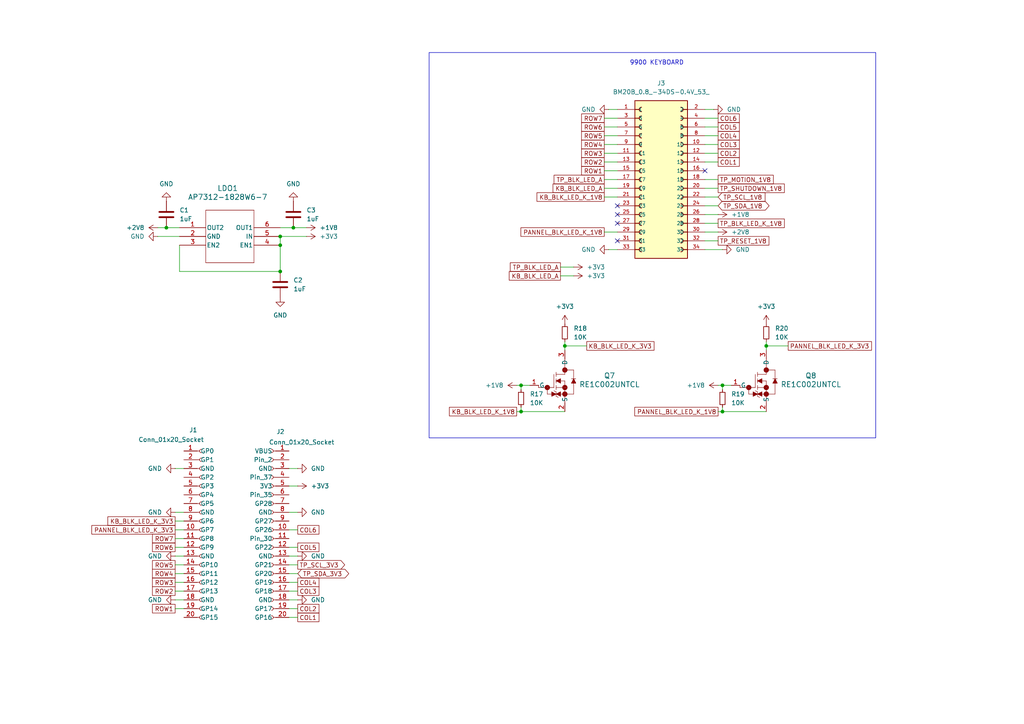
<source format=kicad_sch>
(kicad_sch (version 20250114) (generator "eeschema") (generator_version "9.0")
  (paper "A4")
  (lib_symbols
    (symbol "AP7312-1828W6-7:AP7312-1828W6-7" (pin_names (offset 0.254))
      (property "Reference" "LDO1" (at 30.48 10.16 0))
      (property "Value" "AP7312-1828W6-7" (at 30.48 7.62 0))
      (symbol "AP7312-1828W6-7_0_1"
        (polyline (pts (xy 24.13 3.81) (xy 24.13 -11.43)) (stroke (width 0.127)))
        (polyline (pts (xy 38.1 -11.43) (xy 38.1 3.81)) (stroke (width 0.127)))
        (pin output line (at 16.51 -1.27 0) (length 7.62) (name "OUT2") (number "1"))
        (pin power_in line (at 16.51 -3.81 0) (length 7.62) (name "GND") (number "2"))
        (pin input line (at 16.51 -6.35 0) (length 7.62) (name "EN2") (number "3"))
        (pin output line (at 45.72 -1.27 180) (length 7.62) (name "OUT1") (number "6"))
        (pin input line (at 45.72 -3.81 180) (length 7.62) (name "IN") (number "5"))
        (pin input line (at 45.72 -6.35 180) (length 7.62) (name "EN1") (number "4"))
      )
      (symbol "AP7312-1828W6-7_1_1"
        (polyline (pts (xy 24.13 3.81) (xy 38.1 3.81)))
        (polyline (pts (xy 38.1 -11.43) (xy 24.13 -11.43)))
      )
    )
    (symbol "BM20B_0.8_-34DS-0.4V_53_:BM20B_0.8_-34DS-0.4V_53_" (pin_names (offset 1.016))
      (property "Reference" "J" (at -7.62 23.622 0))
      (property "Value" "BM20B_0.8_-34DS-0.4V_53_" (at -7.62 -25.4 0))
      (symbol "BM20B_0.8_-34DS-0.4V_53__0_0"
        (polyline (pts (xy -7.62 20.32) (xy -6.35 20.32)) (stroke (width 0.254)))
        (polyline (pts (xy -7.62 17.78) (xy -6.35 17.78)) (stroke (width 0.254)))
        (polyline (pts (xy -7.62 15.24) (xy -6.35 15.24)) (stroke (width 0.254)))
        (polyline (pts (xy -7.62 12.7) (xy -6.35 12.7)) (stroke (width 0.254)))
        (polyline (pts (xy -7.62 10.16) (xy -6.35 10.16)) (stroke (width 0.254)))
        (polyline (pts (xy -7.62 7.62) (xy -6.35 7.62)) (stroke (width 0.254)))
        (polyline (pts (xy -7.62 5.08) (xy -6.35 5.08)) (stroke (width 0.254)))
        (polyline (pts (xy -7.62 2.54) (xy -6.35 2.54)) (stroke (width 0.254)))
        (polyline (pts (xy -7.62 0) (xy -6.35 0)) (stroke (width 0.254)))
        (polyline (pts (xy -7.62 -2.54) (xy -6.35 -2.54)) (stroke (width 0.254)))
        (polyline (pts (xy -7.62 -5.08) (xy -6.35 -5.08)) (stroke (width 0.254)))
        (polyline (pts (xy -7.62 -7.62) (xy -6.35 -7.62)) (stroke (width 0.254)))
        (polyline (pts (xy -7.62 -10.16) (xy -6.35 -10.16)) (stroke (width 0.254)))
        (polyline (pts (xy -7.62 -12.7) (xy -6.35 -12.7)) (stroke (width 0.254)))
        (polyline (pts (xy -7.62 -15.24) (xy -6.35 -15.24)) (stroke (width 0.254)))
        (polyline (pts (xy -7.62 -17.78) (xy -6.35 -17.78)) (stroke (width 0.254)))
        (polyline (pts (xy -7.62 -20.32) (xy -6.35 -20.32)) (stroke (width 0.254)))
        (rectangle (start -7.62 -22.86) (end 7.62 22.86) (stroke (width 0.254)) (fill (type background)))
        (arc (start -5.715 19.685) (mid -6.3472 20.32) (end -5.715 20.955) (stroke (width 0.254)))
        (arc (start -5.715 17.145) (mid -6.3472 17.78) (end -5.715 18.415) (stroke (width 0.254)))
        (arc (start -5.715 14.605) (mid -6.3472 15.24) (end -5.715 15.875) (stroke (width 0.254)))
        (arc (start -5.715 12.065) (mid -6.3472 12.7) (end -5.715 13.335) (stroke (width 0.254)))
        (arc (start -5.715 9.525) (mid -6.3472 10.16) (end -5.715 10.795) (stroke (width 0.254)))
        (arc (start -5.715 6.985) (mid -6.3472 7.62) (end -5.715 8.255) (stroke (width 0.254)))
        (arc (start -5.715 4.445) (mid -6.3472 5.08) (end -5.715 5.715) (stroke (width 0.254)))
        (arc (start -5.715 1.905) (mid -6.3472 2.54) (end -5.715 3.175) (stroke (width 0.254)))
        (arc (start -5.715 -0.635) (mid -6.3472 0) (end -5.715 0.635) (stroke (width 0.254)))
        (arc (start -5.715 -3.175) (mid -6.3472 -2.54) (end -5.715 -1.905) (stroke (width 0.254)))
        (arc (start -5.715 -5.715) (mid -6.3472 -5.08) (end -5.715 -4.445) (stroke (width 0.254)))
        (arc (start -5.715 -8.255) (mid -6.3472 -7.62) (end -5.715 -6.985) (stroke (width 0.254)))
        (arc (start -5.715 -10.795) (mid -6.3472 -10.16) (end -5.715 -9.525) (stroke (width 0.254)))
        (arc (start -5.715 -13.335) (mid -6.3472 -12.7) (end -5.715 -12.065) (stroke (width 0.254)))
        (arc (start -5.715 -15.875) (mid -6.3472 -15.24) (end -5.715 -14.605) (stroke (width 0.254)))
        (arc (start -5.715 -18.415) (mid -6.3472 -17.78) (end -5.715 -17.145) (stroke (width 0.254)))
        (arc (start -5.715 -20.955) (mid -6.3472 -20.32) (end -5.715 -19.685) (stroke (width 0.254)))
        (arc (start 5.715 20.955) (mid 6.3472 20.32) (end 5.715 19.685) (stroke (width 0.254)))
        (arc (start 5.715 18.415) (mid 6.3472 17.78) (end 5.715 17.145) (stroke (width 0.254)))
        (arc (start 5.715 15.875) (mid 6.3472 15.24) (end 5.715 14.605) (stroke (width 0.254)))
        (arc (start 5.715 13.335) (mid 6.3472 12.7) (end 5.715 12.065) (stroke (width 0.254)))
        (arc (start 5.715 10.795) (mid 6.3472 10.16) (end 5.715 9.525) (stroke (width 0.254)))
        (arc (start 5.715 8.255) (mid 6.3472 7.62) (end 5.715 6.985) (stroke (width 0.254)))
        (arc (start 5.715 5.715) (mid 6.3472 5.08) (end 5.715 4.445) (stroke (width 0.254)))
        (arc (start 5.715 3.175) (mid 6.3472 2.54) (end 5.715 1.905) (stroke (width 0.254)))
        (arc (start 5.715 0.635) (mid 6.3472 0) (end 5.715 -0.635) (stroke (width 0.254)))
        (arc (start 5.715 -1.905) (mid 6.3472 -2.54) (end 5.715 -3.175) (stroke (width 0.254)))
        (arc (start 5.715 -4.445) (mid 6.3472 -5.08) (end 5.715 -5.715) (stroke (width 0.254)))
        (arc (start 5.715 -6.985) (mid 6.3472 -7.62) (end 5.715 -8.255) (stroke (width 0.254)))
        (arc (start 5.715 -9.525) (mid 6.3472 -10.16) (end 5.715 -10.795) (stroke (width 0.254)))
        (arc (start 5.715 -12.065) (mid 6.3472 -12.7) (end 5.715 -13.335) (stroke (width 0.254)))
        (arc (start 5.715 -14.605) (mid 6.3472 -15.24) (end 5.715 -15.875) (stroke (width 0.254)))
        (arc (start 5.715 -17.145) (mid 6.3472 -17.78) (end 5.715 -18.415) (stroke (width 0.254)))
        (arc (start 5.715 -19.685) (mid 6.3472 -20.32) (end 5.715 -20.955) (stroke (width 0.254)))
        (polyline (pts (xy 7.62 20.32) (xy 6.35 20.32)) (stroke (width 0.254)))
        (polyline (pts (xy 7.62 17.78) (xy 6.35 17.78)) (stroke (width 0.254)))
        (polyline (pts (xy 7.62 15.24) (xy 6.35 15.24)) (stroke (width 0.254)))
        (polyline (pts (xy 7.62 12.7) (xy 6.35 12.7)) (stroke (width 0.254)))
        (polyline (pts (xy 7.62 10.16) (xy 6.35 10.16)) (stroke (width 0.254)))
        (polyline (pts (xy 7.62 7.62) (xy 6.35 7.62)) (stroke (width 0.254)))
        (polyline (pts (xy 7.62 5.08) (xy 6.35 5.08)) (stroke (width 0.254)))
        (polyline (pts (xy 7.62 2.54) (xy 6.35 2.54)) (stroke (width 0.254)))
        (polyline (pts (xy 7.62 0) (xy 6.35 0)) (stroke (width 0.254)))
        (polyline (pts (xy 7.62 -2.54) (xy 6.35 -2.54)) (stroke (width 0.254)))
        (polyline (pts (xy 7.62 -5.08) (xy 6.35 -5.08)) (stroke (width 0.254)))
        (polyline (pts (xy 7.62 -7.62) (xy 6.35 -7.62)) (stroke (width 0.254)))
        (polyline (pts (xy 7.62 -10.16) (xy 6.35 -10.16)) (stroke (width 0.254)))
        (polyline (pts (xy 7.62 -12.7) (xy 6.35 -12.7)) (stroke (width 0.254)))
        (polyline (pts (xy 7.62 -15.24) (xy 6.35 -15.24)) (stroke (width 0.254)))
        (polyline (pts (xy 7.62 -17.78) (xy 6.35 -17.78)) (stroke (width 0.254)))
        (polyline (pts (xy 7.62 -20.32) (xy 6.35 -20.32)) (stroke (width 0.254)))
        (pin passive line (at -12.7 20.32 0) (length 5.08) (name "1") (number "1"))
        (pin passive line (at -12.7 17.78 0) (length 5.08) (name "3") (number "3"))
        (pin passive line (at -12.7 15.24 0) (length 5.08) (name "5") (number "5"))
        (pin passive line (at -12.7 12.7 0) (length 5.08) (name "7") (number "7"))
        (pin passive line (at -12.7 10.16 0) (length 5.08) (name "9") (number "9"))
        (pin passive line (at -12.7 7.62 0) (length 5.08) (name "11") (number "11"))
        (pin passive line (at -12.7 5.08 0) (length 5.08) (name "13") (number "13"))
        (pin passive line (at -12.7 2.54 0) (length 5.08) (name "15") (number "15"))
        (pin passive line (at -12.7 0 0) (length 5.08) (name "17") (number "17"))
        (pin passive line (at -12.7 -2.54 0) (length 5.08) (name "19") (number "19"))
        (pin passive line (at -12.7 -5.08 0) (length 5.08) (name "21") (number "21"))
        (pin passive line (at -12.7 -7.62 0) (length 5.08) (name "23") (number "23"))
        (pin passive line (at -12.7 -10.16 0) (length 5.08) (name "25") (number "25"))
        (pin passive line (at -12.7 -12.7 0) (length 5.08) (name "27") (number "27"))
        (pin passive line (at -12.7 -15.24 0) (length 5.08) (name "29") (number "29"))
        (pin passive line (at -12.7 -17.78 0) (length 5.08) (name "31") (number "31"))
        (pin passive line (at -12.7 -20.32 0) (length 5.08) (name "33") (number "33"))
        (pin passive line (at 12.7 20.32 180) (length 5.08) (name "2") (number "2"))
        (pin passive line (at 12.7 17.78 180) (length 5.08) (name "4") (number "4"))
        (pin passive line (at 12.7 15.24 180) (length 5.08) (name "6") (number "6"))
        (pin passive line (at 12.7 12.7 180) (length 5.08) (name "8") (number "8"))
        (pin passive line (at 12.7 10.16 180) (length 5.08) (name "10") (number "10"))
        (pin passive line (at 12.7 7.62 180) (length 5.08) (name "12") (number "12"))
        (pin passive line (at 12.7 5.08 180) (length 5.08) (name "14") (number "14"))
        (pin passive line (at 12.7 2.54 180) (length 5.08) (name "16") (number "16"))
        (pin passive line (at 12.7 0 180) (length 5.08) (name "18") (number "18"))
        (pin passive line (at 12.7 -2.54 180) (length 5.08) (name "20") (number "20"))
        (pin passive line (at 12.7 -5.08 180) (length 5.08) (name "22") (number "22"))
        (pin passive line (at 12.7 -7.62 180) (length 5.08) (name "24") (number "24"))
        (pin passive line (at 12.7 -10.16 180) (length 5.08) (name "26") (number "26"))
        (pin passive line (at 12.7 -12.7 180) (length 5.08) (name "28") (number "28"))
        (pin passive line (at 12.7 -15.24 180) (length 5.08) (name "30") (number "30"))
        (pin passive line (at 12.7 -17.78 180) (length 5.08) (name "32") (number "32"))
        (pin passive line (at 12.7 -20.32 180) (length 5.08) (name "34") (number "34"))
      )
    )
    (symbol "Conn_01x20_Socket_1" (pin_names (offset 1.016))
      (property "Reference" "J2" (at -3.81 28.448 0))
      (property "Value" "Conn_01x20_Socket" (at -18.288 25.4 0))
      (symbol "Conn_01x20_Socket_1_1_1"
        (polyline (pts (xy -1.27 22.86) (xy -0.508 22.86)) (stroke (width 0.1524)))
        (polyline (pts (xy -1.27 20.32) (xy -0.508 20.32)) (stroke (width 0.1524)))
        (polyline (pts (xy -1.27 17.78) (xy -0.508 17.78)) (stroke (width 0.1524)))
        (polyline (pts (xy -1.27 15.24) (xy -0.508 15.24)) (stroke (width 0.1524)))
        (polyline (pts (xy -1.27 12.7) (xy -0.508 12.7)) (stroke (width 0.1524)))
        (polyline (pts (xy -1.27 10.16) (xy -0.508 10.16)) (stroke (width 0.1524)))
        (polyline (pts (xy -1.27 7.62) (xy -0.508 7.62)) (stroke (width 0.1524)))
        (polyline (pts (xy -1.27 5.08) (xy -0.508 5.08)) (stroke (width 0.1524)))
        (polyline (pts (xy -1.27 2.54) (xy -0.508 2.54)) (stroke (width 0.1524)))
        (polyline (pts (xy -1.27 0) (xy -0.508 0)) (stroke (width 0.1524)))
        (polyline (pts (xy -1.27 -2.54) (xy -0.508 -2.54)) (stroke (width 0.1524)))
        (polyline (pts (xy -1.27 -5.08) (xy -0.508 -5.08)) (stroke (width 0.1524)))
        (polyline (pts (xy -1.27 -7.62) (xy -0.508 -7.62)) (stroke (width 0.1524)))
        (polyline (pts (xy -1.27 -10.16) (xy -0.508 -10.16)) (stroke (width 0.1524)))
        (polyline (pts (xy -1.27 -12.7) (xy -0.508 -12.7)) (stroke (width 0.1524)))
        (polyline (pts (xy -1.27 -15.24) (xy -0.508 -15.24)) (stroke (width 0.1524)))
        (polyline (pts (xy -1.27 -17.78) (xy -0.508 -17.78)) (stroke (width 0.1524)))
        (polyline (pts (xy -1.27 -20.32) (xy -0.508 -20.32)) (stroke (width 0.1524)))
        (polyline (pts (xy -1.27 -22.86) (xy -0.508 -22.86)) (stroke (width 0.1524)))
        (polyline (pts (xy -1.27 -25.4) (xy -0.508 -25.4)) (stroke (width 0.1524)))
        (arc (start 0 22.352) (mid -0.5058 22.86) (end 0 23.368) (stroke (width 0.1524)))
        (arc (start 0 19.812) (mid -0.5058 20.32) (end 0 20.828) (stroke (width 0.1524)))
        (arc (start 0 17.272) (mid -0.5058 17.78) (end 0 18.288) (stroke (width 0.1524)))
        (arc (start 0 14.732) (mid -0.5058 15.24) (end 0 15.748) (stroke (width 0.1524)))
        (arc (start 0 12.192) (mid -0.5058 12.7) (end 0 13.208) (stroke (width 0.1524)))
        (arc (start 0 9.652) (mid -0.5058 10.16) (end 0 10.668) (stroke (width 0.1524)))
        (arc (start 0 7.112) (mid -0.5058 7.62) (end 0 8.128) (stroke (width 0.1524)))
        (arc (start 0 4.572) (mid -0.5058 5.08) (end 0 5.588) (stroke (width 0.1524)))
        (arc (start 0 2.032) (mid -0.5058 2.54) (end 0 3.048) (stroke (width 0.1524)))
        (arc (start 0 -0.508) (mid -0.5058 0) (end 0 0.508) (stroke (width 0.1524)))
        (arc (start 0 -3.048) (mid -0.5058 -2.54) (end 0 -2.032) (stroke (width 0.1524)))
        (arc (start 0 -5.588) (mid -0.5058 -5.08) (end 0 -4.572) (stroke (width 0.1524)))
        (arc (start 0 -8.128) (mid -0.5058 -7.62) (end 0 -7.112) (stroke (width 0.1524)))
        (arc (start 0 -10.668) (mid -0.5058 -10.16) (end 0 -9.652) (stroke (width 0.1524)))
        (arc (start 0 -13.208) (mid -0.5058 -12.7) (end 0 -12.192) (stroke (width 0.1524)))
        (arc (start 0 -15.748) (mid -0.5058 -15.24) (end 0 -14.732) (stroke (width 0.1524)))
        (arc (start 0 -18.288) (mid -0.5058 -17.78) (end 0 -17.272) (stroke (width 0.1524)))
        (arc (start 0 -20.828) (mid -0.5058 -20.32) (end 0 -19.812) (stroke (width 0.1524)))
        (arc (start 0 -23.368) (mid -0.5058 -22.86) (end 0 -22.352) (stroke (width 0.1524)))
        (arc (start 0 -25.908) (mid -0.5058 -25.4) (end 0 -24.892) (stroke (width 0.1524)))
        (pin passive line (at -5.08 22.86 0) (length 3.81) (name "VBUS") (number "1"))
        (pin passive line (at -5.08 20.32 0) (length 3.81) (name "Pin_2") (number "2"))
        (pin passive line (at -5.08 17.78 0) (length 3.81) (name "GND") (number "3"))
        (pin passive line (at -5.08 15.24 0) (length 3.81) (name "Pin_37") (number "4"))
        (pin passive line (at -5.08 12.7 0) (length 3.81) (name "3V3") (number "5"))
        (pin passive line (at -5.08 10.16 0) (length 3.81) (name "Pin_35") (number "6"))
        (pin passive line (at -5.08 7.62 0) (length 3.81) (name "GP28") (number "7"))
        (pin passive line (at -5.08 5.08 0) (length 3.81) (name "GND") (number "8"))
        (pin passive line (at -5.08 2.54 0) (length 3.81) (name "GP27") (number "9"))
        (pin passive line (at -5.08 0 0) (length 3.81) (name "GP26") (number "10"))
        (pin passive line (at -5.08 -2.54 0) (length 3.81) (name "Pin_30") (number "11"))
        (pin passive line (at -5.08 -5.08 0) (length 3.81) (name "GP22") (number "12"))
        (pin passive line (at -5.08 -7.62 0) (length 3.81) (name "GND") (number "13"))
        (pin passive line (at -5.08 -10.16 0) (length 3.81) (name "GP21") (number "14"))
        (pin passive line (at -5.08 -12.7 0) (length 3.81) (name "GP20") (number "15"))
        (pin passive line (at -5.08 -15.24 0) (length 3.81) (name "GP19") (number "16"))
        (pin passive line (at -5.08 -17.78 0) (length 3.81) (name "GP18") (number "17"))
        (pin passive line (at -5.08 -20.32 0) (length 3.81) (name "GND") (number "18"))
        (pin passive line (at -5.08 -22.86 0) (length 3.81) (name "GP17") (number "19"))
        (pin passive line (at -5.08 -25.4 0) (length 3.81) (name "GP16") (number "20"))
      )
    )
    (symbol "Connector:Conn_01x20_Socket" (pin_names (offset 1.016))
      (property "Reference" "J1" (at -3.556 28.956 0))
      (property "Value" "Conn_01x20_Socket" (at -18.288 26.162 0))
      (symbol "Conn_01x20_Socket_1_1"
        (polyline (pts (xy -1.27 22.86) (xy -0.508 22.86)) (stroke (width 0.1524)))
        (polyline (pts (xy -1.27 20.32) (xy -0.508 20.32)) (stroke (width 0.1524)))
        (polyline (pts (xy -1.27 17.78) (xy -0.508 17.78)) (stroke (width 0.1524)))
        (polyline (pts (xy -1.27 15.24) (xy -0.508 15.24)) (stroke (width 0.1524)))
        (polyline (pts (xy -1.27 12.7) (xy -0.508 12.7)) (stroke (width 0.1524)))
        (polyline (pts (xy -1.27 10.16) (xy -0.508 10.16)) (stroke (width 0.1524)))
        (polyline (pts (xy -1.27 7.62) (xy -0.508 7.62)) (stroke (width 0.1524)))
        (polyline (pts (xy -1.27 5.08) (xy -0.508 5.08)) (stroke (width 0.1524)))
        (polyline (pts (xy -1.27 2.54) (xy -0.508 2.54)) (stroke (width 0.1524)))
        (polyline (pts (xy -1.27 0) (xy -0.508 0)) (stroke (width 0.1524)))
        (polyline (pts (xy -1.27 -2.54) (xy -0.508 -2.54)) (stroke (width 0.1524)))
        (polyline (pts (xy -1.27 -5.08) (xy -0.508 -5.08)) (stroke (width 0.1524)))
        (polyline (pts (xy -1.27 -7.62) (xy -0.508 -7.62)) (stroke (width 0.1524)))
        (polyline (pts (xy -1.27 -10.16) (xy -0.508 -10.16)) (stroke (width 0.1524)))
        (polyline (pts (xy -1.27 -12.7) (xy -0.508 -12.7)) (stroke (width 0.1524)))
        (polyline (pts (xy -1.27 -15.24) (xy -0.508 -15.24)) (stroke (width 0.1524)))
        (polyline (pts (xy -1.27 -17.78) (xy -0.508 -17.78)) (stroke (width 0.1524)))
        (polyline (pts (xy -1.27 -20.32) (xy -0.508 -20.32)) (stroke (width 0.1524)))
        (polyline (pts (xy -1.27 -22.86) (xy -0.508 -22.86)) (stroke (width 0.1524)))
        (polyline (pts (xy -1.27 -25.4) (xy -0.508 -25.4)) (stroke (width 0.1524)))
        (arc (start 0 22.352) (mid -0.5058 22.86) (end 0 23.368) (stroke (width 0.1524)))
        (arc (start 0 19.812) (mid -0.5058 20.32) (end 0 20.828) (stroke (width 0.1524)))
        (arc (start 0 17.272) (mid -0.5058 17.78) (end 0 18.288) (stroke (width 0.1524)))
        (arc (start 0 14.732) (mid -0.5058 15.24) (end 0 15.748) (stroke (width 0.1524)))
        (arc (start 0 12.192) (mid -0.5058 12.7) (end 0 13.208) (stroke (width 0.1524)))
        (arc (start 0 9.652) (mid -0.5058 10.16) (end 0 10.668) (stroke (width 0.1524)))
        (arc (start 0 7.112) (mid -0.5058 7.62) (end 0 8.128) (stroke (width 0.1524)))
        (arc (start 0 4.572) (mid -0.5058 5.08) (end 0 5.588) (stroke (width 0.1524)))
        (arc (start 0 2.032) (mid -0.5058 2.54) (end 0 3.048) (stroke (width 0.1524)))
        (arc (start 0 -0.508) (mid -0.5058 0) (end 0 0.508) (stroke (width 0.1524)))
        (arc (start 0 -3.048) (mid -0.5058 -2.54) (end 0 -2.032) (stroke (width 0.1524)))
        (arc (start 0 -5.588) (mid -0.5058 -5.08) (end 0 -4.572) (stroke (width 0.1524)))
        (arc (start 0 -8.128) (mid -0.5058 -7.62) (end 0 -7.112) (stroke (width 0.1524)))
        (arc (start 0 -10.668) (mid -0.5058 -10.16) (end 0 -9.652) (stroke (width 0.1524)))
        (arc (start 0 -13.208) (mid -0.5058 -12.7) (end 0 -12.192) (stroke (width 0.1524)))
        (arc (start 0 -15.748) (mid -0.5058 -15.24) (end 0 -14.732) (stroke (width 0.1524)))
        (arc (start 0 -18.288) (mid -0.5058 -17.78) (end 0 -17.272) (stroke (width 0.1524)))
        (arc (start 0 -20.828) (mid -0.5058 -20.32) (end 0 -19.812) (stroke (width 0.1524)))
        (arc (start 0 -23.368) (mid -0.5058 -22.86) (end 0 -22.352) (stroke (width 0.1524)))
        (arc (start 0 -25.908) (mid -0.5058 -25.4) (end 0 -24.892) (stroke (width 0.1524)))
        (pin passive line (at -5.08 22.86 0) (length 3.81) (name "GP0") (number "1"))
        (pin passive line (at -5.08 20.32 0) (length 3.81) (name "GP1") (number "2"))
        (pin passive line (at -5.08 17.78 0) (length 3.81) (name "GND") (number "3"))
        (pin passive line (at -5.08 15.24 0) (length 3.81) (name "GP2") (number "4"))
        (pin passive line (at -5.08 12.7 0) (length 3.81) (name "GP3") (number "5"))
        (pin passive line (at -5.08 10.16 0) (length 3.81) (name "GP4") (number "6"))
        (pin passive line (at -5.08 7.62 0) (length 3.81) (name "GP5") (number "7"))
        (pin passive line (at -5.08 5.08 0) (length 3.81) (name "GND") (number "8"))
        (pin passive line (at -5.08 2.54 0) (length 3.81) (name "GP6") (number "9"))
        (pin passive line (at -5.08 0 0) (length 3.81) (name "GP7") (number "10"))
        (pin passive line (at -5.08 -2.54 0) (length 3.81) (name "GP8") (number "11"))
        (pin passive line (at -5.08 -5.08 0) (length 3.81) (name "GP9") (number "12"))
        (pin passive line (at -5.08 -7.62 0) (length 3.81) (name "GND") (number "13"))
        (pin passive line (at -5.08 -10.16 0) (length 3.81) (name "GP10") (number "14"))
        (pin passive line (at -5.08 -12.7 0) (length 3.81) (name "GP11") (number "15"))
        (pin passive line (at -5.08 -15.24 0) (length 3.81) (name "GP12") (number "16"))
        (pin passive line (at -5.08 -17.78 0) (length 3.81) (name "GP13") (number "17"))
        (pin passive line (at -5.08 -20.32 0) (length 3.81) (name "GND") (number "18"))
        (pin passive line (at -5.08 -22.86 0) (length 3.81) (name "GP14") (number "19"))
        (pin passive line (at -5.08 -25.4 0) (length 3.81) (name "GP15") (number "20"))
      )
    )
    (symbol "Device:C" (pin_numbers (hide yes)) (pin_names (offset 0.254))
      (property "Reference" "C" (at 0.635 2.54 0))
      (property "Value" "C" (at 0.635 -2.54 0))
      (symbol "C_0_1"
        (polyline (pts (xy -2.032 0.762) (xy 2.032 0.762)) (stroke (width 0.508)))
        (polyline (pts (xy -2.032 -0.762) (xy 2.032 -0.762)) (stroke (width 0.508)))
      )
      (symbol "C_1_1"
        (pin passive line (at 0 3.81 270) (length 2.794) (name "~") (number "1"))
        (pin passive line (at 0 -3.81 90) (length 2.794) (name "~") (number "2"))
      )
    )
    (symbol "Device:R_Small" (pin_numbers (hide yes)) (pin_names (offset 0.254) (hide yes))
      (property "Reference" "R" (at 0.762 0.508 0))
      (property "Value" "R_Small" (at 0.762 -1.016 0))
      (symbol "R_Small_0_1"
        (rectangle (start -0.762 1.778) (end 0.762 -1.778) (stroke (width 0.2032)))
      )
      (symbol "R_Small_1_1"
        (pin passive line (at 0 2.54 270) (length 0.762) (name "~") (number "1"))
        (pin passive line (at 0 -2.54 90) (length 0.762) (name "~") (number "2"))
      )
    )
    (symbol "RE1C002UNTCL:RE1C002UNTCL" (pin_names (offset 0.254))
      (property "Reference" "Q1" (at 35.814 2.794 0))
      (property "Value" "RE1C002UNTCL" (at 35.814 0.254 0))
      (symbol "RE1C002UNTCL_0_1"
        (polyline (pts (xy 17.78 -0.635) (xy 17.78 -2.54)) (stroke (width 0.127)))
        (circle (center 17.78 -0.635) (radius 0.127) (stroke (width 0.635)))
        (polyline (pts (xy 17.78 -2.54) (xy 25.4 -2.54)) (stroke (width 0.127)))
        (polyline (pts (xy 19.05 -1.905) (xy 19.05 -3.175)) (stroke (width 0.127)))
        (polyline (pts (xy 19.05 -1.905) (xy 19.05 -3.175) (xy 21.59 -1.905) (xy 21.59 -3.175)) (fill (type outline)))
        (polyline (pts (xy 19.05 -3.175) (xy 20.32 -2.54)) (stroke (width 0.127)))
        (polyline (pts (xy 19.685 3.175) (xy 19.685 -0.635)) (stroke (width 0.127)))
        (polyline (pts (xy 20.32 3.175) (xy 22.86 3.175)) (stroke (width 0.127)))
        (polyline (pts (xy 20.32 2.54) (xy 20.32 3.81)) (stroke (width 0.127)))
        (polyline (pts (xy 20.32 1.905) (xy 20.32 0.635)) (stroke (width 0.127)))
        (polyline (pts (xy 20.32 1.27) (xy 21.59 1.905)) (stroke (width 0.127)))
        (polyline (pts (xy 20.32 1.27) (xy 21.59 1.905) (xy 21.59 0.635)) (fill (type outline)))
        (polyline (pts (xy 20.32 0) (xy 20.32 -1.27)) (stroke (width 0.127)))
        (polyline (pts (xy 20.32 -0.635) (xy 22.86 -0.635)) (stroke (width 0.127)))
        (polyline (pts (xy 20.32 -1.905) (xy 19.685 -1.5875)) (stroke (width 0.127)))
        (polyline (pts (xy 20.32 -1.905) (xy 20.32 -3.175)) (stroke (width 0.127)))
        (polyline (pts (xy 20.32 -2.54) (xy 19.05 -1.905)) (stroke (width 0.127)))
        (polyline (pts (xy 20.32 -2.54) (xy 21.59 -1.905)) (stroke (width 0.127)))
        (polyline (pts (xy 20.32 -3.175) (xy 20.955 -3.4925)) (stroke (width 0.127)))
        (polyline (pts (xy 21.59 1.905) (xy 21.59 0.635)) (stroke (width 0.127)))
        (polyline (pts (xy 21.59 0.635) (xy 20.32 1.27)) (stroke (width 0.127)))
        (polyline (pts (xy 21.59 -1.905) (xy 21.59 -3.175)) (stroke (width 0.127)))
        (polyline (pts (xy 21.59 -3.175) (xy 20.32 -2.54)) (stroke (width 0.127)))
        (polyline (pts (xy 22.86 4.445) (xy 25.4 4.445)) (stroke (width 0.127)))
        (circle (center 22.86 4.445) (radius 0.127) (stroke (width 0.635)))
        (polyline (pts (xy 22.86 3.175) (xy 22.86 6.35)) (stroke (width 0.127)))
        (polyline (pts (xy 22.86 1.27) (xy 20.32 1.27)) (stroke (width 0.127)))
        (polyline (pts (xy 22.86 1.27) (xy 22.86 -3.81)) (stroke (width 0.127)))
        (circle (center 22.86 -0.635) (radius 0.127) (stroke (width 0.635)))
        (circle (center 22.86 -2.54) (radius 0.127) (stroke (width 0.635)))
        (polyline (pts (xy 24.765 1.905) (xy 26.035 1.905)) (stroke (width 0.127)))
        (polyline (pts (xy 24.765 0.635) (xy 26.035 0.635)) (stroke (width 0.127)))
        (polyline (pts (xy 24.765 0.635) (xy 26.035 0.635) (xy 25.4 1.905)) (fill (type outline)))
        (polyline (pts (xy 25.4 1.905) (xy 24.765 0.635)) (stroke (width 0.127)))
        (polyline (pts (xy 25.4 -2.54) (xy 25.4 4.445)) (stroke (width 0.127)))
        (polyline (pts (xy 26.035 0.635) (xy 25.4 1.905)) (stroke (width 0.127)))
      )
      (symbol "RE1C002UNTCL_1_1"
        (polyline (pts (xy 15.24 -0.635) (xy 15.24 0)))
        (polyline (pts (xy 19.685 -0.635) (xy 15.24 -0.635)))
        (polyline (pts (xy 22.86 7.62) (xy 22.86 6.35)))
        (polyline (pts (xy 22.86 -3.81) (xy 22.86 -5.08)))
        (pin unspecified line (at 12.7 0 0) (length 2.54) (name "G") (number "1"))
        (pin unspecified line (at 22.86 10.16 270) (length 2.54) (name "D") (number "3"))
        (pin unspecified line (at 22.86 -7.62 90) (length 2.54) (name "S") (number "2"))
      )
    )
    (symbol "power:+1V8" (power) (pin_numbers (hide yes)) (pin_names (offset 0) (hide yes))
      (property "Value" "+1V8" (at 0 3.556 0))
      (symbol "+1V8_0_1"
        (polyline (pts (xy -0.762 1.27) (xy 0 2.54)))
        (polyline (pts (xy 0 2.54) (xy 0.762 1.27)))
        (polyline (pts (xy 0 0) (xy 0 2.54)))
      )
      (symbol "+1V8_1_1"
        (pin power_in line (at 0 0 90) (length 0) (name "~") (number "1"))
      )
    )
    (symbol "power:+2V8" (power) (pin_numbers (hide yes)) (pin_names (offset 0) (hide yes))
      (property "Value" "+2V8" (at 0 3.556 0))
      (symbol "+2V8_0_1"
        (polyline (pts (xy -0.762 1.27) (xy 0 2.54)))
        (polyline (pts (xy 0 2.54) (xy 0.762 1.27)))
        (polyline (pts (xy 0 0) (xy 0 2.54)))
      )
      (symbol "+2V8_1_1"
        (pin power_in line (at 0 0 90) (length 0) (name "~") (number "1"))
      )
    )
    (symbol "power:+3V3" (power) (pin_numbers (hide yes)) (pin_names (offset 0) (hide yes))
      (property "Value" "+3V3" (at 0 3.556 0))
      (symbol "+3V3_0_1"
        (polyline (pts (xy -0.762 1.27) (xy 0 2.54)))
        (polyline (pts (xy 0 2.54) (xy 0.762 1.27)))
        (polyline (pts (xy 0 0) (xy 0 2.54)))
      )
      (symbol "+3V3_1_1"
        (pin power_in line (at 0 0 90) (length 0) (name "~") (number "1"))
      )
    )
    (symbol "power:GND" (power) (pin_numbers (hide yes)) (pin_names (offset 0) (hide yes))
      (property "Value" "GND" (at 0 -3.81 0))
      (symbol "GND_0_1"
        (polyline (pts (xy 0 0) (xy 0 -1.27) (xy 1.27 -1.27) (xy 0 -2.54) (xy -1.27 -1.27) (xy 0 -1.27)))
      )
      (symbol "GND_1_1"
        (pin power_in line (at 0 0 270) (length 0) (name "~") (number "1"))
      )
    )
  )
  (rectangle (start 124.46 15.24) (end 254 127))
  (text "9900 KEYBOARD" (at 190.5 18.288 0) (effects (font (size 1.27 1.27))))
  (junction (at 81.28 78.74))
  (junction (at 209.55 111.76))
  (junction (at 81.28 68.58))
  (junction (at 209.55 119.38))
  (junction (at 163.83 100.33))
  (junction (at 48.26 66.04))
  (junction (at 81.28 71.12))
  (junction (at 151.13 119.38))
  (junction (at 85.09 66.04))
  (junction (at 151.13 111.76))
  (junction (at 222.25 100.33))
  (no_connect (at 204.47 49.53))
  (no_connect (at 179.07 69.85))
  (no_connect (at 179.07 59.69))
  (no_connect (at 179.07 64.77))
  (no_connect (at 179.07 62.23))
  (wire (pts (xy 50.8 151.13) (xy 53.34 151.13)))
  (wire (pts (xy 81.28 71.12) (xy 81.28 78.74)))
  (wire (pts (xy 222.25 99.06) (xy 222.25 100.33)))
  (wire (pts (xy 204.47 64.77) (xy 208.28 64.77)))
  (wire (pts (xy 83.82 168.91) (xy 86.36 168.91)))
  (wire (pts (xy 209.55 119.38) (xy 222.25 119.38)))
  (wire (pts (xy 151.13 111.76) (xy 153.67 111.76)))
  (wire (pts (xy 52.07 71.12) (xy 52.07 78.74)))
  (wire (pts (xy 204.47 54.61) (xy 208.28 54.61)))
  (wire (pts (xy 175.26 39.37) (xy 179.07 39.37)))
  (wire (pts (xy 208.28 111.76) (xy 209.55 111.76)))
  (wire (pts (xy 50.8 163.83) (xy 53.34 163.83)))
  (wire (pts (xy 50.8 158.75) (xy 53.34 158.75)))
  (wire (pts (xy 83.82 171.45) (xy 86.36 171.45)))
  (wire (pts (xy 204.47 31.75) (xy 207.01 31.75)))
  (wire (pts (xy 204.47 46.99) (xy 208.28 46.99)))
  (wire (pts (xy 175.26 46.99) (xy 179.07 46.99)))
  (wire (pts (xy 209.55 118.11) (xy 209.55 119.38)))
  (wire (pts (xy 52.07 78.74) (xy 81.28 78.74)))
  (wire (pts (xy 50.8 171.45) (xy 53.34 171.45)))
  (wire (pts (xy 83.82 176.53) (xy 86.36 176.53)))
  (wire (pts (xy 175.26 41.91) (xy 179.07 41.91)))
  (wire (pts (xy 83.82 158.75) (xy 86.36 158.75)))
  (wire (pts (xy 50.8 161.29) (xy 53.34 161.29)))
  (wire (pts (xy 204.47 39.37) (xy 208.28 39.37)))
  (wire (pts (xy 162.56 80.01) (xy 166.37 80.01)))
  (wire (pts (xy 163.83 100.33) (xy 170.18 100.33)))
  (wire (pts (xy 204.47 36.83) (xy 208.28 36.83)))
  (wire (pts (xy 83.82 166.37) (xy 86.36 166.37)))
  (wire (pts (xy 162.56 77.47) (xy 166.37 77.47)))
  (wire (pts (xy 204.47 59.69) (xy 208.28 59.69)))
  (wire (pts (xy 175.26 52.07) (xy 179.07 52.07)))
  (wire (pts (xy 151.13 118.11) (xy 151.13 119.38)))
  (wire (pts (xy 83.82 173.99) (xy 86.36 173.99)))
  (wire (pts (xy 50.8 173.99) (xy 53.34 173.99)))
  (wire (pts (xy 175.26 44.45) (xy 179.07 44.45)))
  (wire (pts (xy 83.82 140.97) (xy 86.36 140.97)))
  (wire (pts (xy 83.82 153.67) (xy 86.36 153.67)))
  (wire (pts (xy 83.82 148.59) (xy 86.36 148.59)))
  (wire (pts (xy 83.82 135.89) (xy 86.36 135.89)))
  (wire (pts (xy 50.8 153.67) (xy 53.34 153.67)))
  (wire (pts (xy 175.26 54.61) (xy 179.07 54.61)))
  (wire (pts (xy 204.47 62.23) (xy 208.28 62.23)))
  (wire (pts (xy 48.26 66.04) (xy 52.07 66.04)))
  (wire (pts (xy 50.8 148.59) (xy 53.34 148.59)))
  (wire (pts (xy 204.47 44.45) (xy 208.28 44.45)))
  (wire (pts (xy 208.28 119.38) (xy 209.55 119.38)))
  (wire (pts (xy 50.8 176.53) (xy 53.34 176.53)))
  (wire (pts (xy 81.28 68.58) (xy 88.9 68.58)))
  (wire (pts (xy 222.25 100.33) (xy 222.25 101.6)))
  (wire (pts (xy 50.8 168.91) (xy 53.34 168.91)))
  (wire (pts (xy 149.86 111.76) (xy 151.13 111.76)))
  (wire (pts (xy 209.55 113.03) (xy 209.55 111.76)))
  (wire (pts (xy 175.26 49.53) (xy 179.07 49.53)))
  (wire (pts (xy 209.55 111.76) (xy 212.09 111.76)))
  (wire (pts (xy 175.26 57.15) (xy 179.07 57.15)))
  (wire (pts (xy 50.8 156.21) (xy 53.34 156.21)))
  (wire (pts (xy 83.82 163.83) (xy 86.36 163.83)))
  (wire (pts (xy 83.82 179.07) (xy 86.36 179.07)))
  (wire (pts (xy 81.28 66.04) (xy 85.09 66.04)))
  (wire (pts (xy 175.26 34.29) (xy 179.07 34.29)))
  (wire (pts (xy 204.47 57.15) (xy 208.28 57.15)))
  (wire (pts (xy 204.47 34.29) (xy 208.28 34.29)))
  (wire (pts (xy 204.47 67.31) (xy 208.28 67.31)))
  (wire (pts (xy 175.26 36.83) (xy 179.07 36.83)))
  (wire (pts (xy 176.53 72.39) (xy 179.07 72.39)))
  (wire (pts (xy 50.8 166.37) (xy 53.34 166.37)))
  (wire (pts (xy 204.47 69.85) (xy 208.28 69.85)))
  (wire (pts (xy 45.72 68.58) (xy 52.07 68.58)))
  (wire (pts (xy 53.34 135.89) (xy 50.8 135.89)))
  (wire (pts (xy 204.47 72.39) (xy 209.55 72.39)))
  (wire (pts (xy 83.82 161.29) (xy 86.36 161.29)))
  (wire (pts (xy 151.13 113.03) (xy 151.13 111.76)))
  (wire (pts (xy 176.53 31.75) (xy 179.07 31.75)))
  (wire (pts (xy 45.72 66.04) (xy 48.26 66.04)))
  (wire (pts (xy 163.83 100.33) (xy 163.83 101.6)))
  (wire (pts (xy 85.09 66.04) (xy 88.9 66.04)))
  (wire (pts (xy 222.25 100.33) (xy 228.6 100.33)))
  (wire (pts (xy 204.47 52.07) (xy 208.28 52.07)))
  (wire (pts (xy 204.47 41.91) (xy 208.28 41.91)))
  (wire (pts (xy 175.26 67.31) (xy 179.07 67.31)))
  (wire (pts (xy 81.28 68.58) (xy 81.28 71.12)))
  (wire (pts (xy 163.83 99.06) (xy 163.83 100.33)))
  (wire (pts (xy 149.86 119.38) (xy 151.13 119.38)))
  (wire (pts (xy 151.13 119.38) (xy 163.83 119.38)))
  (global_label "TP_BLK_LED_A" (shape passive) (at 162.56 77.47 180) (property "Intersheetrefs" "${INTERSHEET_REFS}" (effects (hide yes))))
  (global_label "KB_BLK_LED_K_3V3" (shape passive) (at 50.8 151.13 180) (property "Intersheetrefs" "${INTERSHEET_REFS}" (effects (hide yes))))
  (global_label "COL6" (shape passive) (at 86.36 153.67 0) (property "Intersheetrefs" "${INTERSHEET_REFS}" (effects (hide yes))))
  (global_label "ROW4" (shape passive) (at 50.8 166.37 180) (property "Intersheetrefs" "${INTERSHEET_REFS}" (effects (hide yes))))
  (global_label "ROW5" (shape passive) (at 175.26 39.37 180) (property "Intersheetrefs" "${INTERSHEET_REFS}" (effects (hide yes))))
  (global_label "COL2" (shape passive) (at 208.28 44.45 0) (property "Intersheetrefs" "${INTERSHEET_REFS}" (effects (hide yes))))
  (global_label "PANNEL_BLK_LED_K_1V8" (shape passive) (at 175.26 67.31 180) (property "Intersheetrefs" "${INTERSHEET_REFS}" (effects (hide yes))))
  (global_label "COL5" (shape passive) (at 208.28 36.83 0) (property "Intersheetrefs" "${INTERSHEET_REFS}" (effects (hide yes))))
  (global_label "KB_BLK_LED_K_1V8" (shape passive) (at 149.86 119.38 180) (property "Intersheetrefs" "${INTERSHEET_REFS}" (effects (hide yes))))
  (global_label "TP_SDA_1V8" (shape bidirectional) (at 208.28 59.69 0) (property "Intersheetrefs" "${INTERSHEET_REFS}" (effects (hide yes))))
  (global_label "ROW4" (shape passive) (at 175.26 41.91 180) (property "Intersheetrefs" "${INTERSHEET_REFS}" (effects (hide yes))))
  (global_label "ROW1" (shape passive) (at 50.8 176.53 180) (property "Intersheetrefs" "${INTERSHEET_REFS}" (effects (hide yes))))
  (global_label "COL2" (shape passive) (at 86.36 176.53 0) (property "Intersheetrefs" "${INTERSHEET_REFS}" (effects (hide yes))))
  (global_label "COL6" (shape passive) (at 208.28 34.29 0) (property "Intersheetrefs" "${INTERSHEET_REFS}" (effects (hide yes))))
  (global_label "PANNEL_BLK_LED_K_1V8" (shape passive) (at 208.28 119.38 180) (property "Intersheetrefs" "${INTERSHEET_REFS}" (effects (hide yes))))
  (global_label "KB_BLK_LED_A" (shape passive) (at 162.56 80.01 180) (property "Intersheetrefs" "${INTERSHEET_REFS}" (effects (hide yes))))
  (global_label "PANNEL_BLK_LED_K_3V3" (shape passive) (at 228.6 100.33 0) (property "Intersheetrefs" "${INTERSHEET_REFS}" (effects (hide yes))))
  (global_label "ROW2" (shape passive) (at 50.8 171.45 180) (property "Intersheetrefs" "${INTERSHEET_REFS}" (effects (hide yes))))
  (global_label "ROW6" (shape passive) (at 50.8 158.75 180) (property "Intersheetrefs" "${INTERSHEET_REFS}" (effects (hide yes))))
  (global_label "TP_BLK_LED_K_1V8" (shape passive) (at 208.28 64.77 0) (property "Intersheetrefs" "${INTERSHEET_REFS}" (effects (hide yes))))
  (global_label "KB_BLK_LED_K_1V8" (shape passive) (at 175.26 57.15 180) (property "Intersheetrefs" "${INTERSHEET_REFS}" (effects (hide yes))))
  (global_label "ROW5" (shape passive) (at 50.8 163.83 180) (property "Intersheetrefs" "${INTERSHEET_REFS}" (effects (hide yes))))
  (global_label "COL1" (shape passive) (at 86.36 179.07 0) (property "Intersheetrefs" "${INTERSHEET_REFS}" (effects (hide yes))))
  (global_label "TP_SDA_3V3" (shape bidirectional) (at 86.36 166.37 0) (property "Intersheetrefs" "${INTERSHEET_REFS}" (effects (hide yes))))
  (global_label "COL5" (shape passive) (at 86.36 158.75 0) (property "Intersheetrefs" "${INTERSHEET_REFS}" (effects (hide yes))))
  (global_label "PANNEL_BLK_LED_K_3V3" (shape passive) (at 50.8 153.67 180) (property "Intersheetrefs" "${INTERSHEET_REFS}" (effects (hide yes))))
  (global_label "ROW2" (shape passive) (at 175.26 46.99 180) (property "Intersheetrefs" "${INTERSHEET_REFS}" (effects (hide yes))))
  (global_label "TP_SCL_3V3" (shape output) (at 86.36 163.83 0) (property "Intersheetrefs" "${INTERSHEET_REFS}" (effects (hide yes))))
  (global_label "TP_SCL_1V8" (shape input) (at 208.28 57.15 0) (property "Intersheetrefs" "${INTERSHEET_REFS}" (effects (hide yes))))
  (global_label "TP_BLK_LED_A" (shape passive) (at 175.26 52.07 180) (property "Intersheetrefs" "${INTERSHEET_REFS}" (effects (hide yes))))
  (global_label "COL4" (shape passive) (at 86.36 168.91 0) (property "Intersheetrefs" "${INTERSHEET_REFS}" (effects (hide yes))))
  (global_label "COL4" (shape passive) (at 208.28 39.37 0) (property "Intersheetrefs" "${INTERSHEET_REFS}" (effects (hide yes))))
  (global_label "TP_RESET_1V8" (shape passive) (at 208.28 69.85 0) (property "Intersheetrefs" "${INTERSHEET_REFS}" (effects (hide yes))))
  (global_label "TP_MOTION_1V8" (shape passive) (at 208.28 52.07 0) (property "Intersheetrefs" "${INTERSHEET_REFS}" (effects (hide yes))))
  (global_label "ROW3" (shape passive) (at 50.8 168.91 180) (property "Intersheetrefs" "${INTERSHEET_REFS}" (effects (hide yes))))
  (global_label "ROW1" (shape passive) (at 175.26 49.53 180) (property "Intersheetrefs" "${INTERSHEET_REFS}" (effects (hide yes))))
  (global_label "ROW6" (shape passive) (at 175.26 36.83 180) (property "Intersheetrefs" "${INTERSHEET_REFS}" (effects (hide yes))))
  (global_label "KB_BLK_LED_A" (shape passive) (at 175.26 54.61 180) (property "Intersheetrefs" "${INTERSHEET_REFS}" (effects (hide yes))))
  (global_label "COL1" (shape passive) (at 208.28 46.99 0) (property "Intersheetrefs" "${INTERSHEET_REFS}" (effects (hide yes))))
  (global_label "KB_BLK_LED_K_3V3" (shape passive) (at 170.18 100.33 0) (property "Intersheetrefs" "${INTERSHEET_REFS}" (effects (hide yes))))
  (global_label "ROW7" (shape passive) (at 50.8 156.21 180) (property "Intersheetrefs" "${INTERSHEET_REFS}" (effects (hide yes))))
  (global_label "COL3" (shape passive) (at 208.28 41.91 0) (property "Intersheetrefs" "${INTERSHEET_REFS}" (effects (hide yes))))
  (global_label "TP_SHUTDOWN_1V8" (shape passive) (at 208.28 54.61 0) (property "Intersheetrefs" "${INTERSHEET_REFS}" (effects (hide yes))))
  (global_label "ROW7" (shape passive) (at 175.26 34.29 180) (property "Intersheetrefs" "${INTERSHEET_REFS}" (effects (hide yes))))
  (global_label "ROW3" (shape passive) (at 175.26 44.45 180) (property "Intersheetrefs" "${INTERSHEET_REFS}" (effects (hide yes))))
  (global_label "COL3" (shape passive) (at 86.36 171.45 0) (property "Intersheetrefs" "${INTERSHEET_REFS}" (effects (hide yes))))
  (symbol (lib_id "Device:C") (at 85.09 62.23 0) (unit 1)
    (property "Reference" "C3" (at 88.9 60.9599 0) (effects (justify left)))
    (property "Value" "1uF" (at 88.9 63.4999 0) (effects (justify left)))
    (property "Footprint" "Capacitor_SMD:C_0201_0603Metric" (effects (hide yes)))
    (property "Description" "Unpolarized capacitor" (effects (hide yes)))
  )
  (symbol (lib_id "power:GND") (at 207.01 31.75 90) (unit 1)
    (property "Reference" "#PWR015" (effects (hide yes)))
    (property "Value" "GND" (at 210.82 31.7499 90) (effects (justify right)))
    (property "Description" "Power symbol creates a global label with name \"GND\" , ground" (effects (hide yes)))
  )
  (symbol (lib_id "Device:C") (at 48.26 62.23 0) (unit 1)
    (property "Reference" "C1" (at 52.07 60.9599 0) (effects (justify left)))
    (property "Value" "1uF" (at 52.07 63.4999 0) (effects (justify left)))
    (property "Footprint" "Capacitor_SMD:C_0201_0603Metric" (effects (hide yes)))
    (property "Description" "Unpolarized capacitor" (effects (hide yes)))
  )
  (symbol (lib_id "power:GND") (at 86.36 148.59 90) (unit 1)
    (property "Reference" "#PWR026" (effects (hide yes)))
    (property "Value" "GND" (at 90.17 148.5899 90) (effects (justify right)))
    (property "Description" "Power symbol creates a global label with name \"GND\" , ground" (effects (hide yes)))
  )
  (symbol (lib_id "power:GND") (at 48.26 58.42 180) (unit 1)
    (property "Reference" "#PWR03" (effects (hide yes)))
    (property "Value" "GND" (at 48.26 53.34 0))
    (property "Description" "Power symbol creates a global label with name \"GND\" , ground" (effects (hide yes)))
  )
  (symbol (lib_id "power:+3V3") (at 166.37 80.01 270) (unit 1)
    (property "Reference" "#PWR019" (effects (hide yes)))
    (property "Value" "+3V3" (at 170.18 80.0099 90) (effects (justify left)))
    (property "Description" "Power symbol creates a global label with name \"+3V3\"" (effects (hide yes)))
  )
  (symbol (lib_id "power:GND") (at 176.53 31.75 270) (unit 1)
    (property "Reference" "#PWR013" (effects (hide yes)))
    (property "Value" "GND" (at 172.72 31.7499 90) (effects (justify right)))
    (property "Description" "Power symbol creates a global label with name \"GND\" , ground" (effects (hide yes)))
  )
  (symbol (lib_id "power:GND") (at 50.8 173.99 270) (unit 1)
    (property "Reference" "#PWR023" (effects (hide yes)))
    (property "Value" "GND" (at 46.99 173.9899 90) (effects (justify right)))
    (property "Description" "Power symbol creates a global label with name \"GND\" , ground" (effects (hide yes)))
  )
  (symbol (lib_id "Device:R_Small") (at 151.13 115.57 0) (unit 1)
    (property "Reference" "R17" (at 153.67 114.2999 0) (effects (justify left)))
    (property "Value" "10K" (at 153.67 116.8399 0) (effects (justify left)))
    (property "Footprint" "Resistor_SMD:R_0201_0603Metric_Pad0.64x0.40mm_HandSolder" (effects (hide yes)))
    (property "Description" "Resistor, small symbol" (effects (hide yes)))
  )
  (symbol (lib_name "Conn_01x20_Socket_1") (lib_id "Connector:Conn_01x20_Socket") (at 78.74 153.67 0) (mirror y) (unit 1)
    (property "Reference" "J2" (at 82.55 125.222 0) (effects (justify left)))
    (property "Value" "Conn_01x20_Socket" (at 97.028 128.27 0) (effects (justify left)))
    (property "Footprint" "Connector_PinSocket_2.54mm:PinSocket_1x20_P2.54mm_Vertical" (effects (hide yes)))
    (property "Description" "Generic connector, single row, 01x20, script generated" (effects (hide yes)))
  )
  (symbol (lib_id "Connector:Conn_01x20_Socket") (at 58.42 153.67 0) (unit 1)
    (property "Reference" "J1" (at 54.864 124.714 0) (effects (justify left)))
    (property "Value" "Conn_01x20_Socket" (at 40.132 127.508 0) (effects (justify left)))
    (property "Footprint" "Connector_PinSocket_2.54mm:PinSocket_1x20_P2.54mm_Vertical" (effects (hide yes)))
    (property "Description" "Generic connector, single row, 01x20, script generated" (effects (hide yes)))
  )
  (symbol (lib_id "power:+3V3") (at 163.83 93.98 0) (unit 1)
    (property "Reference" "#PWR040" (effects (hide yes)))
    (property "Value" "+3V3" (at 163.83 88.9 0))
    (property "Description" "Power symbol creates a global label with name \"+3V3\"" (effects (hide yes)))
  )
  (symbol (lib_id "BM20B_0.8_-34DS-0.4V_53_:BM20B_0.8_-34DS-0.4V_53_") (at 191.77 52.07 0) (unit 1)
    (property "Reference" "J3" (at 191.77 24.13 0))
    (property "Value" "BM20B_0.8_-34DS-0.4V_53_" (at 191.77 26.67 0))
    (property "Footprint" "HIROSE_BM20B_0.8_-34DS-0.4V_53_:HIROSE_BM20B_0.8_-34DS-0.4V_53_" (effects (hide yes)))
    (property "PARTREV" "0" (effects (hide yes)))
    (property "STANDARD" "Manufacturer Recommendations" (effects (hide yes)))
    (property "MAXIMUM_PACKAGE_HEIGHT" "0.9 mm" (effects (hide yes)))
    (property "MANUFACTURER" "Hirose" (effects (hide yes)))
  )
  (symbol (lib_id "power:+1V8") (at 149.86 111.76 90) (unit 1)
    (property "Reference" "#PWR039" (effects (hide yes)))
    (property "Value" "+1V8" (at 146.05 111.7599 90) (effects (justify left)))
    (property "Description" "Power symbol creates a global label with name \"+1V8\"" (effects (hide yes)))
  )
  (symbol (lib_id "power:+2V8") (at 208.28 67.31 270) (unit 1)
    (property "Reference" "#PWR018" (effects (hide yes)))
    (property "Value" "+2V8" (at 212.09 67.3099 90) (effects (justify left)))
    (property "Description" "Power symbol creates a global label with name \"+2V8\"" (effects (hide yes)))
  )
  (symbol (lib_id "RE1C002UNTCL:RE1C002UNTCL") (at 199.39 111.76 0) (unit 1)
    (property "Reference" "Q8" (at 235.204 108.966 0) (effects (font (size 1.524 1.524))))
    (property "Value" "RE1C002UNTCL" (at 235.204 111.506 0) (effects (font (size 1.524 1.524))))
    (property "Footprint" "RE1C002UNTCL:DIO_RB558WMF_ROM" (effects (hide yes)))
    (property "Datasheet" "RE1C002UNTCL" (effects (hide yes)))
  )
  (symbol (lib_id "AP7312-1828W6-7:AP7312-1828W6-7") (at 35.56 64.77 0) (unit 1)
    (property "Reference" "LDO1" (at 66.04 54.61 0) (effects (font (size 1.524 1.524))))
    (property "Value" "AP7312-1828W6-7" (at 66.04 57.15 0) (effects (font (size 1.524 1.524))))
    (property "Footprint" "AP7312-1828W6-7:SOT26_DIO" (effects (hide yes)))
    (property "Datasheet" "AP7312-1828W6-7" (effects (hide yes)))
  )
  (symbol (lib_id "power:GND") (at 86.36 135.89 90) (unit 1)
    (property "Reference" "#PWR05" (effects (hide yes)))
    (property "Value" "GND" (at 90.17 135.8899 90) (effects (justify right)))
    (property "Description" "Power symbol creates a global label with name \"GND\" , ground" (effects (hide yes)))
  )
  (symbol (lib_id "power:GND") (at 50.8 161.29 270) (unit 1)
    (property "Reference" "#PWR022" (effects (hide yes)))
    (property "Value" "GND" (at 46.99 161.2899 90) (effects (justify right)))
    (property "Description" "Power symbol creates a global label with name \"GND\" , ground" (effects (hide yes)))
  )
  (symbol (lib_id "RE1C002UNTCL:RE1C002UNTCL") (at 140.97 111.76 0) (unit 1)
    (property "Reference" "Q7" (at 176.784 108.966 0) (effects (font (size 1.524 1.524))))
    (property "Value" "RE1C002UNTCL" (at 176.784 111.506 0) (effects (font (size 1.524 1.524))))
    (property "Footprint" "RE1C002UNTCL:DIO_RB558WMF_ROM" (effects (hide yes)))
    (property "Datasheet" "RE1C002UNTCL" (effects (hide yes)))
  )
  (symbol (lib_id "power:GND") (at 45.72 68.58 270) (unit 1)
    (property "Reference" "#PWR02" (effects (hide yes)))
    (property "Value" "GND" (at 41.91 68.5799 90) (effects (justify right)))
    (property "Description" "Power symbol creates a global label with name \"GND\" , ground" (effects (hide yes)))
  )
  (symbol (lib_id "power:+3V3") (at 88.9 68.58 270) (unit 1)
    (property "Reference" "#PWR010" (effects (hide yes)))
    (property "Value" "+3V3" (at 92.71 68.5799 90) (effects (justify left)))
    (property "Description" "Power symbol creates a global label with name \"+3V3\"" (effects (hide yes)))
  )
  (symbol (lib_id "power:+1V8") (at 208.28 111.76 90) (unit 1)
    (property "Reference" "#PWR041" (effects (hide yes)))
    (property "Value" "+1V8" (at 204.47 111.7599 90) (effects (justify left)))
    (property "Description" "Power symbol creates a global label with name \"+1V8\"" (effects (hide yes)))
  )
  (symbol (lib_id "power:GND") (at 81.28 86.36 0) (unit 1)
    (property "Reference" "#PWR07" (effects (hide yes)))
    (property "Value" "GND" (at 81.28 91.44 0))
    (property "Description" "Power symbol creates a global label with name \"GND\" , ground" (effects (hide yes)))
  )
  (symbol (lib_id "power:+1V8") (at 88.9 66.04 270) (unit 1)
    (property "Reference" "#PWR09" (effects (hide yes)))
    (property "Value" "+1V8" (at 92.71 66.0399 90) (effects (justify left)))
    (property "Description" "Power symbol creates a global label with name \"+1V8\"" (effects (hide yes)))
  )
  (symbol (lib_id "Device:C") (at 81.28 82.55 0) (unit 1)
    (property "Reference" "C2" (at 85.09 81.2799 0) (effects (justify left)))
    (property "Value" "1uF" (at 85.09 83.8199 0) (effects (justify left)))
    (property "Footprint" "Capacitor_SMD:C_0201_0603Metric" (effects (hide yes)))
    (property "Description" "Unpolarized capacitor" (effects (hide yes)))
  )
  (symbol (lib_id "Device:R_Small") (at 209.55 115.57 0) (unit 1)
    (property "Reference" "R19" (at 212.09 114.2999 0) (effects (justify left)))
    (property "Value" "10K" (at 212.09 116.8399 0) (effects (justify left)))
    (property "Footprint" "Resistor_SMD:R_0201_0603Metric_Pad0.64x0.40mm_HandSolder" (effects (hide yes)))
    (property "Description" "Resistor, small symbol" (effects (hide yes)))
  )
  (symbol (lib_id "power:GND") (at 86.36 161.29 90) (unit 1)
    (property "Reference" "#PWR025" (effects (hide yes)))
    (property "Value" "GND" (at 90.17 161.2899 90) (effects (justify right)))
    (property "Description" "Power symbol creates a global label with name \"GND\" , ground" (effects (hide yes)))
  )
  (symbol (lib_id "power:GND") (at 86.36 173.99 90) (unit 1)
    (property "Reference" "#PWR024" (effects (hide yes)))
    (property "Value" "GND" (at 90.17 173.9899 90) (effects (justify right)))
    (property "Description" "Power symbol creates a global label with name \"GND\" , ground" (effects (hide yes)))
  )
  (symbol (lib_id "power:GND") (at 50.8 148.59 270) (unit 1)
    (property "Reference" "#PWR021" (effects (hide yes)))
    (property "Value" "GND" (at 46.99 148.5899 90) (effects (justify right)))
    (property "Description" "Power symbol creates a global label with name \"GND\" , ground" (effects (hide yes)))
  )
  (symbol (lib_id "power:GND") (at 85.09 58.42 180) (unit 1)
    (property "Reference" "#PWR08" (effects (hide yes)))
    (property "Value" "GND" (at 85.09 53.34 0))
    (property "Description" "Power symbol creates a global label with name \"GND\" , ground" (effects (hide yes)))
  )
  (symbol (lib_id "power:GND") (at 50.8 135.89 270) (unit 1)
    (property "Reference" "#PWR04" (effects (hide yes)))
    (property "Value" "GND" (at 46.99 135.8899 90) (effects (justify right)))
    (property "Description" "Power symbol creates a global label with name \"GND\" , ground" (effects (hide yes)))
  )
  (symbol (lib_id "power:GND") (at 176.53 72.39 270) (unit 1)
    (property "Reference" "#PWR014" (effects (hide yes)))
    (property "Value" "GND" (at 172.72 72.39 90) (effects (justify right)))
    (property "Description" "Power symbol creates a global label with name \"GND\" , ground" (effects (hide yes)))
  )
  (symbol (lib_id "power:+3V3") (at 166.37 77.47 270) (unit 1)
    (property "Reference" "#PWR011" (effects (hide yes)))
    (property "Value" "+3V3" (at 170.18 77.4699 90) (effects (justify left)))
    (property "Description" "Power symbol creates a global label with name \"+3V3\"" (effects (hide yes)))
  )
  (symbol (lib_id "power:+2V8") (at 45.72 66.04 90) (unit 1)
    (property "Reference" "#PWR01" (effects (hide yes)))
    (property "Value" "+2V8" (at 41.91 66.0399 90) (effects (justify left)))
    (property "Description" "Power symbol creates a global label with name \"+2V8\"" (effects (hide yes)))
  )
  (symbol (lib_id "power:+1V8") (at 208.28 62.23 270) (unit 1)
    (property "Reference" "#PWR017" (effects (hide yes)))
    (property "Value" "+1V8" (at 212.09 62.2299 90) (effects (justify left)))
    (property "Description" "Power symbol creates a global label with name \"+1V8\"" (effects (hide yes)))
  )
  (symbol (lib_id "Device:R_Small") (at 222.25 96.52 0) (unit 1)
    (property "Reference" "R20" (at 224.79 95.2499 0) (effects (justify left)))
    (property "Value" "10K" (at 224.79 97.7899 0) (effects (justify left)))
    (property "Footprint" "Resistor_SMD:R_0201_0603Metric_Pad0.64x0.40mm_HandSolder" (effects (hide yes)))
    (property "Description" "Resistor, small symbol" (effects (hide yes)))
  )
  (symbol (lib_id "power:GND") (at 209.55 72.39 90) (unit 1)
    (property "Reference" "#PWR016" (effects (hide yes)))
    (property "Value" "GND" (at 213.36 72.3899 90) (effects (justify right)))
    (property "Description" "Power symbol creates a global label with name \"GND\" , ground" (effects (hide yes)))
  )
  (symbol (lib_id "power:+3V3") (at 86.36 140.97 270) (unit 1)
    (property "Reference" "#PWR06" (effects (hide yes)))
    (property "Value" "+3V3" (at 90.17 140.9699 90) (effects (justify left)))
    (property "Description" "Power symbol creates a global label with name \"+3V3\"" (effects (hide yes)))
  )
  (symbol (lib_id "power:+3V3") (at 222.25 93.98 0) (unit 1)
    (property "Reference" "#PWR042" (effects (hide yes)))
    (property "Value" "+3V3" (at 222.25 88.9 0))
    (property "Description" "Power symbol creates a global label with name \"+3V3\"" (effects (hide yes)))
  )
  (symbol (lib_id "Device:R_Small") (at 163.83 96.52 0) (unit 1)
    (property "Reference" "R18" (at 166.37 95.2499 0) (effects (justify left)))
    (property "Value" "10K" (at 166.37 97.7899 0) (effects (justify left)))
    (property "Footprint" "Resistor_SMD:R_0201_0603Metric_Pad0.64x0.40mm_HandSolder" (effects (hide yes)))
    (property "Description" "Resistor, small symbol" (effects (hide yes)))
  )
  (sheet (at 327.66 1.27) (size 314.96 209.55) (stroke (width 0.1524))
    (property "Sheetname" "Track Pad" (at 327.66 0.5584 0) (effects (justify left bottom)))
    (property "Sheetfile" "untitled.kicad_sch" (at 327.66 211.4046 0) (effects (justify left top)))
  )
)
</source>
